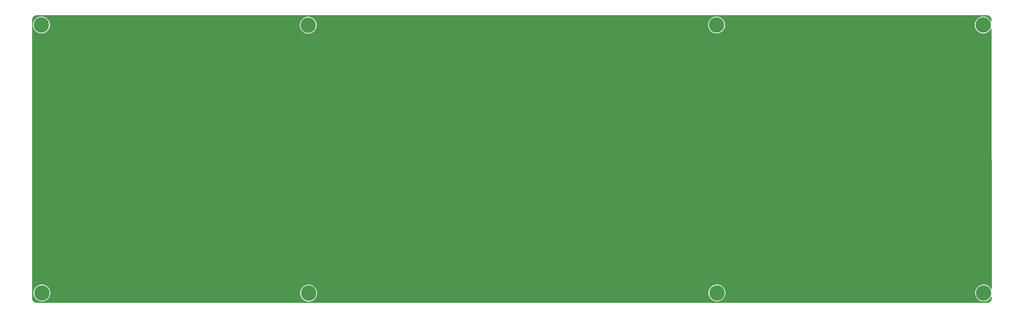
<source format=gbr>
%TF.GenerationSoftware,KiCad,Pcbnew,(6.0.7)*%
%TF.CreationDate,2022-10-27T18:37:50+02:00*%
%TF.ProjectId,skoosk backplate,736b6f6f-736b-4206-9261-636b706c6174,rev?*%
%TF.SameCoordinates,Original*%
%TF.FileFunction,Copper,L2,Bot*%
%TF.FilePolarity,Positive*%
%FSLAX46Y46*%
G04 Gerber Fmt 4.6, Leading zero omitted, Abs format (unit mm)*
G04 Created by KiCad (PCBNEW (6.0.7)) date 2022-10-27 18:37:50*
%MOMM*%
%LPD*%
G01*
G04 APERTURE LIST*
%TA.AperFunction,ComponentPad*%
%ADD10C,4.400000*%
%TD*%
G04 APERTURE END LIST*
D10*
%TO.P,H2,1,1*%
%TO.N,N/C*%
X81146500Y-88311400D03*
%TD*%
%TO.P,H3,1,1*%
%TO.N,N/C*%
X197253100Y-11936200D03*
%TD*%
%TO.P,H4,1,1*%
%TO.N,N/C*%
X273186700Y-11950000D03*
%TD*%
%TO.P,H1,1,1*%
%TO.N,N/C*%
X5207000Y-88265000D03*
%TD*%
%TO.P,H4,1,1*%
%TO.N,N/C*%
X273313700Y-88277000D03*
%TD*%
%TO.P,H1,1,1*%
%TO.N,N/C*%
X5080000Y-11938000D03*
%TD*%
%TO.P,H2,1,1*%
%TO.N,N/C*%
X81019500Y-11984400D03*
%TD*%
%TO.P,H3,1,1*%
%TO.N,N/C*%
X197380100Y-88263200D03*
%TD*%
%TA.AperFunction,NonConductor*%
G36*
X139086456Y-9154035D02*
G01*
X274305994Y-9154043D01*
X274315875Y-9154431D01*
X274423333Y-9162884D01*
X274424435Y-9162976D01*
X274484742Y-9168253D01*
X274505110Y-9170036D01*
X274523529Y-9173035D01*
X274621207Y-9196482D01*
X274623134Y-9196945D01*
X274626330Y-9197756D01*
X274710043Y-9220184D01*
X274725651Y-9225482D01*
X274819385Y-9264305D01*
X274824416Y-9266519D01*
X274903752Y-9303511D01*
X274916333Y-9310270D01*
X275002544Y-9363098D01*
X275008969Y-9367311D01*
X275080898Y-9417675D01*
X275090458Y-9425077D01*
X275167228Y-9490643D01*
X275174494Y-9497360D01*
X275236625Y-9559491D01*
X275243341Y-9566755D01*
X275308922Y-9643540D01*
X275316324Y-9653101D01*
X275366668Y-9725000D01*
X275370888Y-9731436D01*
X275423727Y-9817662D01*
X275430490Y-9830249D01*
X275467468Y-9909554D01*
X275469681Y-9914583D01*
X275508514Y-10008334D01*
X275513812Y-10023944D01*
X275536239Y-10107651D01*
X275537033Y-10110774D01*
X275560958Y-10210438D01*
X275563959Y-10228869D01*
X275571094Y-10310442D01*
X275571185Y-10311538D01*
X275579557Y-10417947D01*
X275579945Y-10427748D01*
X275580150Y-10779264D01*
X275580182Y-10834747D01*
X275560220Y-10902879D01*
X275506591Y-10949403D01*
X275436323Y-10959548D01*
X275371725Y-10930092D01*
X275340174Y-10888468D01*
X275296121Y-10794850D01*
X275296117Y-10794843D01*
X275294433Y-10791264D01*
X275132585Y-10536232D01*
X275120136Y-10521183D01*
X275043031Y-10427980D01*
X274940049Y-10303496D01*
X274719862Y-10096726D01*
X274703346Y-10084726D01*
X274478698Y-9921511D01*
X274478697Y-9921510D01*
X274475495Y-9919184D01*
X274466508Y-9914243D01*
X274214273Y-9775575D01*
X274214272Y-9775574D01*
X274210804Y-9773668D01*
X274207135Y-9772215D01*
X274207130Y-9772213D01*
X273933632Y-9663928D01*
X273933631Y-9663928D01*
X273929962Y-9662475D01*
X273637398Y-9587358D01*
X273337727Y-9549500D01*
X273035673Y-9549500D01*
X272736002Y-9587358D01*
X272443438Y-9662475D01*
X272439769Y-9663928D01*
X272439768Y-9663928D01*
X272166270Y-9772213D01*
X272166265Y-9772215D01*
X272162596Y-9773668D01*
X272159128Y-9775574D01*
X272159127Y-9775575D01*
X271906893Y-9914243D01*
X271897905Y-9919184D01*
X271894703Y-9921510D01*
X271894702Y-9921511D01*
X271670055Y-10084726D01*
X271653538Y-10096726D01*
X271433351Y-10303496D01*
X271330369Y-10427980D01*
X271253265Y-10521183D01*
X271240815Y-10536232D01*
X271078967Y-10791264D01*
X271077283Y-10794843D01*
X271077279Y-10794850D01*
X270955077Y-11054543D01*
X270950359Y-11064570D01*
X270857019Y-11351840D01*
X270800420Y-11648543D01*
X270781454Y-11950000D01*
X270800420Y-12251457D01*
X270857019Y-12548160D01*
X270858246Y-12551936D01*
X270947042Y-12825220D01*
X270950359Y-12835430D01*
X270952046Y-12839016D01*
X270952048Y-12839020D01*
X271077279Y-13105150D01*
X271077282Y-13105155D01*
X271078967Y-13108736D01*
X271240815Y-13363768D01*
X271243334Y-13366814D01*
X271243337Y-13366817D01*
X271299033Y-13434141D01*
X271433351Y-13596504D01*
X271653538Y-13803274D01*
X271897905Y-13980816D01*
X271901374Y-13982723D01*
X271901377Y-13982725D01*
X272140768Y-14114332D01*
X272162596Y-14126332D01*
X272166265Y-14127785D01*
X272166270Y-14127787D01*
X272411061Y-14224706D01*
X272443438Y-14237525D01*
X272736002Y-14312642D01*
X273035673Y-14350500D01*
X273337727Y-14350500D01*
X273637398Y-14312642D01*
X273929962Y-14237525D01*
X273962339Y-14224706D01*
X274207130Y-14127787D01*
X274207135Y-14127785D01*
X274210804Y-14126332D01*
X274232632Y-14114332D01*
X274472023Y-13982725D01*
X274472026Y-13982723D01*
X274475495Y-13980816D01*
X274719862Y-13803274D01*
X274940049Y-13596504D01*
X275074367Y-13434141D01*
X275130063Y-13366817D01*
X275130066Y-13366814D01*
X275132585Y-13363768D01*
X275294433Y-13108736D01*
X275341473Y-13008771D01*
X275388576Y-12955650D01*
X275456921Y-12936428D01*
X275524809Y-12957207D01*
X275570685Y-13011391D01*
X275581481Y-13062345D01*
X275624530Y-86894583D01*
X275624594Y-87004627D01*
X275604632Y-87072759D01*
X275551003Y-87119283D01*
X275480735Y-87129428D01*
X275416137Y-87099973D01*
X275392209Y-87072214D01*
X275261707Y-86866576D01*
X275259585Y-86863232D01*
X275247136Y-86848183D01*
X275201367Y-86792859D01*
X275067049Y-86630496D01*
X274846862Y-86423726D01*
X274830346Y-86411726D01*
X274605698Y-86248511D01*
X274605697Y-86248510D01*
X274602495Y-86246184D01*
X274580668Y-86234184D01*
X274341273Y-86102575D01*
X274341272Y-86102574D01*
X274337804Y-86100668D01*
X274334135Y-86099215D01*
X274334130Y-86099213D01*
X274060632Y-85990928D01*
X274060631Y-85990928D01*
X274056962Y-85989475D01*
X273764398Y-85914358D01*
X273464727Y-85876500D01*
X273162673Y-85876500D01*
X272863002Y-85914358D01*
X272570438Y-85989475D01*
X272566769Y-85990928D01*
X272566768Y-85990928D01*
X272293270Y-86099213D01*
X272293265Y-86099215D01*
X272289596Y-86100668D01*
X272286128Y-86102574D01*
X272286127Y-86102575D01*
X272046733Y-86234184D01*
X272024905Y-86246184D01*
X272021703Y-86248510D01*
X272021702Y-86248511D01*
X271797055Y-86411726D01*
X271780538Y-86423726D01*
X271560351Y-86630496D01*
X271426033Y-86792859D01*
X271380265Y-86848183D01*
X271367815Y-86863232D01*
X271205967Y-87118264D01*
X271204283Y-87121843D01*
X271204279Y-87121850D01*
X271082077Y-87381543D01*
X271077359Y-87391570D01*
X270984019Y-87678840D01*
X270927420Y-87975543D01*
X270908454Y-88277000D01*
X270927420Y-88578457D01*
X270984019Y-88875160D01*
X270985246Y-88878936D01*
X271074042Y-89152220D01*
X271077359Y-89162430D01*
X271079046Y-89166016D01*
X271079048Y-89166020D01*
X271204279Y-89432150D01*
X271204283Y-89432157D01*
X271205967Y-89435736D01*
X271367815Y-89690768D01*
X271370334Y-89693814D01*
X271370337Y-89693817D01*
X271426033Y-89761141D01*
X271560351Y-89923504D01*
X271780538Y-90130274D01*
X271783740Y-90132601D01*
X271783742Y-90132602D01*
X272002708Y-90291689D01*
X272024905Y-90307816D01*
X272028374Y-90309723D01*
X272028377Y-90309725D01*
X272267768Y-90441332D01*
X272289596Y-90453332D01*
X272293265Y-90454785D01*
X272293270Y-90454787D01*
X272557835Y-90559535D01*
X272570438Y-90564525D01*
X272863002Y-90639642D01*
X273162673Y-90677500D01*
X273464727Y-90677500D01*
X273764398Y-90639642D01*
X274056962Y-90564525D01*
X274069565Y-90559535D01*
X274334130Y-90454787D01*
X274334135Y-90454785D01*
X274337804Y-90453332D01*
X274359632Y-90441332D01*
X274599023Y-90309725D01*
X274599026Y-90309723D01*
X274602495Y-90307816D01*
X274624692Y-90291689D01*
X274843658Y-90132602D01*
X274843660Y-90132601D01*
X274846862Y-90130274D01*
X275067049Y-89923504D01*
X275201367Y-89761141D01*
X275257063Y-89693817D01*
X275257066Y-89693814D01*
X275259585Y-89690768D01*
X275393692Y-89479449D01*
X275447080Y-89432651D01*
X275517295Y-89422146D01*
X275582043Y-89451270D01*
X275620767Y-89510776D01*
X275626076Y-89546891D01*
X275626209Y-89775001D01*
X275625821Y-89784958D01*
X275617396Y-89892025D01*
X275617311Y-89893045D01*
X275614407Y-89926215D01*
X275610205Y-89974192D01*
X275607204Y-89992612D01*
X275583341Y-90092011D01*
X275582529Y-90095208D01*
X275560044Y-90179126D01*
X275554746Y-90194734D01*
X275515974Y-90288339D01*
X275513760Y-90293370D01*
X275476712Y-90372821D01*
X275469950Y-90385406D01*
X275417186Y-90471511D01*
X275412967Y-90477946D01*
X275362529Y-90549980D01*
X275355146Y-90559517D01*
X275296538Y-90628139D01*
X275289640Y-90636216D01*
X275282925Y-90643480D01*
X275220700Y-90705706D01*
X275213435Y-90712422D01*
X275136743Y-90777924D01*
X275127184Y-90785325D01*
X275055157Y-90835760D01*
X275048720Y-90839980D01*
X274962631Y-90892736D01*
X274950047Y-90899498D01*
X274870571Y-90936559D01*
X274865539Y-90938773D01*
X274771952Y-90977539D01*
X274756346Y-90982837D01*
X274672410Y-91005329D01*
X274669212Y-91006141D01*
X274569845Y-91029998D01*
X274551415Y-91033000D01*
X274469211Y-91040192D01*
X274468323Y-91040267D01*
X274383403Y-91046951D01*
X274362399Y-91048604D01*
X274352513Y-91048992D01*
X142765145Y-91048983D01*
X3696981Y-91048974D01*
X3687095Y-91048586D01*
X3578734Y-91040058D01*
X3577640Y-91039967D01*
X3536500Y-91036368D01*
X3497962Y-91032997D01*
X3479533Y-91029996D01*
X3410238Y-91013359D01*
X3379242Y-91005918D01*
X3376045Y-91005106D01*
X3293040Y-90982865D01*
X3277432Y-90977566D01*
X3183253Y-90938555D01*
X3178223Y-90936342D01*
X3099350Y-90899564D01*
X3086765Y-90892802D01*
X3059581Y-90876144D01*
X3000225Y-90839771D01*
X2993820Y-90835571D01*
X2922205Y-90785426D01*
X2912646Y-90778024D01*
X2835612Y-90712231D01*
X2828347Y-90705515D01*
X2766485Y-90643653D01*
X2759769Y-90636388D01*
X2693976Y-90559354D01*
X2686574Y-90549795D01*
X2672716Y-90530004D01*
X2636429Y-90478180D01*
X2632229Y-90471775D01*
X2595856Y-90412419D01*
X2579198Y-90385235D01*
X2572436Y-90372650D01*
X2535658Y-90293777D01*
X2533445Y-90288747D01*
X2494434Y-90194568D01*
X2489135Y-90178960D01*
X2466894Y-90095955D01*
X2466082Y-90092758D01*
X2442005Y-89992470D01*
X2439003Y-89974036D01*
X2432033Y-89894360D01*
X2431942Y-89893266D01*
X2423414Y-89784905D01*
X2423026Y-89775019D01*
X2423026Y-88265000D01*
X2801754Y-88265000D01*
X2820720Y-88566457D01*
X2877319Y-88863160D01*
X2970659Y-89150430D01*
X2972346Y-89154016D01*
X2972348Y-89154020D01*
X3097579Y-89420150D01*
X3097583Y-89420157D01*
X3099267Y-89423736D01*
X3261115Y-89678768D01*
X3263634Y-89681814D01*
X3263637Y-89681817D01*
X3296734Y-89721824D01*
X3453651Y-89911504D01*
X3673838Y-90118274D01*
X3677040Y-90120601D01*
X3677042Y-90120602D01*
X3914838Y-90293370D01*
X3918205Y-90295816D01*
X3921674Y-90297723D01*
X3921677Y-90297725D01*
X4176153Y-90437625D01*
X4182896Y-90441332D01*
X4186565Y-90442785D01*
X4186570Y-90442787D01*
X4396488Y-90525899D01*
X4463738Y-90552525D01*
X4756302Y-90627642D01*
X5055973Y-90665500D01*
X5358027Y-90665500D01*
X5657698Y-90627642D01*
X5950262Y-90552525D01*
X6017512Y-90525899D01*
X6227430Y-90442787D01*
X6227435Y-90442785D01*
X6231104Y-90441332D01*
X6237847Y-90437625D01*
X6492323Y-90297725D01*
X6492326Y-90297723D01*
X6495795Y-90295816D01*
X6499162Y-90293370D01*
X6736958Y-90120602D01*
X6736960Y-90120601D01*
X6740162Y-90118274D01*
X6960349Y-89911504D01*
X7117266Y-89721824D01*
X7150363Y-89681817D01*
X7150366Y-89681814D01*
X7152885Y-89678768D01*
X7314733Y-89423736D01*
X7316417Y-89420157D01*
X7316421Y-89420150D01*
X7441652Y-89154020D01*
X7441654Y-89154016D01*
X7443341Y-89150430D01*
X7536681Y-88863160D01*
X7593280Y-88566457D01*
X7609327Y-88311400D01*
X78741254Y-88311400D01*
X78760220Y-88612857D01*
X78816819Y-88909560D01*
X78910159Y-89196830D01*
X78911846Y-89200416D01*
X78911848Y-89200420D01*
X79037079Y-89466550D01*
X79037083Y-89466557D01*
X79038767Y-89470136D01*
X79200615Y-89725168D01*
X79203134Y-89728214D01*
X79203137Y-89728217D01*
X79245806Y-89779795D01*
X79393151Y-89957904D01*
X79613338Y-90164674D01*
X79616540Y-90167001D01*
X79616542Y-90167002D01*
X79796468Y-90297725D01*
X79857705Y-90342216D01*
X79861174Y-90344123D01*
X79861177Y-90344125D01*
X80092890Y-90471511D01*
X80122396Y-90487732D01*
X80126065Y-90489185D01*
X80126070Y-90489187D01*
X80303750Y-90559535D01*
X80403238Y-90598925D01*
X80695802Y-90674042D01*
X80995473Y-90711900D01*
X81297527Y-90711900D01*
X81597198Y-90674042D01*
X81889762Y-90598925D01*
X81989250Y-90559535D01*
X82166930Y-90489187D01*
X82166935Y-90489185D01*
X82170604Y-90487732D01*
X82200110Y-90471511D01*
X82431823Y-90344125D01*
X82431826Y-90344123D01*
X82435295Y-90342216D01*
X82496532Y-90297725D01*
X82676458Y-90167002D01*
X82676460Y-90167001D01*
X82679662Y-90164674D01*
X82899849Y-89957904D01*
X83047194Y-89779795D01*
X83089863Y-89728217D01*
X83089866Y-89728214D01*
X83092385Y-89725168D01*
X83254233Y-89470136D01*
X83255917Y-89466557D01*
X83255921Y-89466550D01*
X83381152Y-89200420D01*
X83381154Y-89200416D01*
X83382841Y-89196830D01*
X83476181Y-88909560D01*
X83532780Y-88612857D01*
X83551746Y-88311400D01*
X83548714Y-88263200D01*
X194974854Y-88263200D01*
X194993820Y-88564657D01*
X195050419Y-88861360D01*
X195143759Y-89148630D01*
X195145446Y-89152216D01*
X195145448Y-89152220D01*
X195270679Y-89418350D01*
X195270683Y-89418357D01*
X195272367Y-89421936D01*
X195434215Y-89676968D01*
X195436734Y-89680014D01*
X195436737Y-89680017D01*
X195476612Y-89728217D01*
X195626751Y-89909704D01*
X195846938Y-90116474D01*
X195850140Y-90118801D01*
X195850142Y-90118802D01*
X195954426Y-90194568D01*
X196091305Y-90294016D01*
X196094774Y-90295923D01*
X196094777Y-90295925D01*
X196352527Y-90437625D01*
X196355996Y-90439532D01*
X196359665Y-90440985D01*
X196359670Y-90440987D01*
X196633168Y-90549272D01*
X196636838Y-90550725D01*
X196929402Y-90625842D01*
X197229073Y-90663700D01*
X197531127Y-90663700D01*
X197830798Y-90625842D01*
X198123362Y-90550725D01*
X198127032Y-90549272D01*
X198400530Y-90440987D01*
X198400535Y-90440985D01*
X198404204Y-90439532D01*
X198407673Y-90437625D01*
X198665423Y-90295925D01*
X198665426Y-90295923D01*
X198668895Y-90294016D01*
X198805774Y-90194568D01*
X198910058Y-90118802D01*
X198910060Y-90118801D01*
X198913262Y-90116474D01*
X199133449Y-89909704D01*
X199283588Y-89728217D01*
X199323463Y-89680017D01*
X199323466Y-89680014D01*
X199325985Y-89676968D01*
X199487833Y-89421936D01*
X199489517Y-89418357D01*
X199489521Y-89418350D01*
X199614752Y-89152220D01*
X199614754Y-89152216D01*
X199616441Y-89148630D01*
X199709781Y-88861360D01*
X199766380Y-88564657D01*
X199785346Y-88263200D01*
X199766380Y-87961743D01*
X199709781Y-87665040D01*
X199620925Y-87391570D01*
X199617667Y-87381543D01*
X199617667Y-87381542D01*
X199616441Y-87377770D01*
X199512202Y-87156250D01*
X199489521Y-87108050D01*
X199489517Y-87108043D01*
X199487833Y-87104464D01*
X199325985Y-86849432D01*
X199133449Y-86616696D01*
X198913262Y-86409926D01*
X198732610Y-86278675D01*
X198672098Y-86234711D01*
X198672097Y-86234710D01*
X198668895Y-86232384D01*
X198489233Y-86133613D01*
X198407673Y-86088775D01*
X198407672Y-86088774D01*
X198404204Y-86086868D01*
X198400535Y-86085415D01*
X198400530Y-86085413D01*
X198127032Y-85977128D01*
X198127031Y-85977128D01*
X198123362Y-85975675D01*
X197830798Y-85900558D01*
X197531127Y-85862700D01*
X197229073Y-85862700D01*
X196929402Y-85900558D01*
X196636838Y-85975675D01*
X196633169Y-85977128D01*
X196633168Y-85977128D01*
X196359670Y-86085413D01*
X196359665Y-86085415D01*
X196355996Y-86086868D01*
X196352528Y-86088774D01*
X196352527Y-86088775D01*
X196270968Y-86133613D01*
X196091305Y-86232384D01*
X196088103Y-86234710D01*
X196088102Y-86234711D01*
X196027591Y-86278675D01*
X195846938Y-86409926D01*
X195626751Y-86616696D01*
X195434215Y-86849432D01*
X195272367Y-87104464D01*
X195270683Y-87108043D01*
X195270679Y-87108050D01*
X195247998Y-87156250D01*
X195143759Y-87377770D01*
X195142533Y-87381542D01*
X195142533Y-87381543D01*
X195139275Y-87391570D01*
X195050419Y-87665040D01*
X194993820Y-87961743D01*
X194974854Y-88263200D01*
X83548714Y-88263200D01*
X83532780Y-88009943D01*
X83476181Y-87713240D01*
X83382841Y-87425970D01*
X83366654Y-87391570D01*
X83255921Y-87156250D01*
X83255917Y-87156243D01*
X83254233Y-87152664D01*
X83092385Y-86897632D01*
X83061405Y-86860183D01*
X83034167Y-86827259D01*
X82899849Y-86664896D01*
X82679662Y-86458126D01*
X82617052Y-86412637D01*
X82438498Y-86282911D01*
X82438497Y-86282910D01*
X82435295Y-86280584D01*
X82350895Y-86234184D01*
X82174073Y-86136975D01*
X82174072Y-86136974D01*
X82170604Y-86135068D01*
X82166935Y-86133615D01*
X82166930Y-86133613D01*
X81893432Y-86025328D01*
X81893431Y-86025328D01*
X81889762Y-86023875D01*
X81597198Y-85948758D01*
X81297527Y-85910900D01*
X80995473Y-85910900D01*
X80695802Y-85948758D01*
X80403238Y-86023875D01*
X80399569Y-86025328D01*
X80399568Y-86025328D01*
X80126070Y-86133613D01*
X80126065Y-86133615D01*
X80122396Y-86135068D01*
X80118928Y-86136974D01*
X80118927Y-86136975D01*
X79942106Y-86234184D01*
X79857705Y-86280584D01*
X79854503Y-86282910D01*
X79854502Y-86282911D01*
X79675949Y-86412637D01*
X79613338Y-86458126D01*
X79393151Y-86664896D01*
X79258833Y-86827259D01*
X79231596Y-86860183D01*
X79200615Y-86897632D01*
X79038767Y-87152664D01*
X79037083Y-87156243D01*
X79037079Y-87156250D01*
X78926346Y-87391570D01*
X78910159Y-87425970D01*
X78816819Y-87713240D01*
X78760220Y-88009943D01*
X78741254Y-88311400D01*
X7609327Y-88311400D01*
X7612246Y-88265000D01*
X7593280Y-87963543D01*
X7536681Y-87666840D01*
X7443341Y-87379570D01*
X7338255Y-87156250D01*
X7316421Y-87109850D01*
X7316417Y-87109843D01*
X7314733Y-87106264D01*
X7152885Y-86851232D01*
X6960349Y-86618496D01*
X6740162Y-86411726D01*
X6562863Y-86282911D01*
X6498998Y-86236511D01*
X6498997Y-86236510D01*
X6495795Y-86234184D01*
X6489049Y-86230475D01*
X6234573Y-86090575D01*
X6234572Y-86090574D01*
X6231104Y-86088668D01*
X6227435Y-86087215D01*
X6227430Y-86087213D01*
X5953932Y-85978928D01*
X5953931Y-85978928D01*
X5950262Y-85977475D01*
X5657698Y-85902358D01*
X5358027Y-85864500D01*
X5055973Y-85864500D01*
X4756302Y-85902358D01*
X4463738Y-85977475D01*
X4460069Y-85978928D01*
X4460068Y-85978928D01*
X4186570Y-86087213D01*
X4186565Y-86087215D01*
X4182896Y-86088668D01*
X4179428Y-86090574D01*
X4179427Y-86090575D01*
X3924952Y-86230475D01*
X3918205Y-86234184D01*
X3915003Y-86236510D01*
X3915002Y-86236511D01*
X3851138Y-86282911D01*
X3673838Y-86411726D01*
X3453651Y-86618496D01*
X3261115Y-86851232D01*
X3099267Y-87106264D01*
X3097583Y-87109843D01*
X3097579Y-87109850D01*
X3075745Y-87156250D01*
X2970659Y-87379570D01*
X2877319Y-87666840D01*
X2820720Y-87963543D01*
X2801754Y-88265000D01*
X2423026Y-88265000D01*
X2423026Y-11946278D01*
X2424367Y-11941712D01*
X2423938Y-11937873D01*
X2674690Y-11937873D01*
X2674777Y-11938366D01*
X2693720Y-12239457D01*
X2750319Y-12536160D01*
X2843659Y-12823430D01*
X2845346Y-12827016D01*
X2845348Y-12827020D01*
X2970579Y-13093150D01*
X2970583Y-13093157D01*
X2972267Y-13096736D01*
X3134115Y-13351768D01*
X3136634Y-13354814D01*
X3136637Y-13354817D01*
X3169734Y-13394824D01*
X3326651Y-13584504D01*
X3546838Y-13791274D01*
X3550040Y-13793601D01*
X3550042Y-13793602D01*
X3788002Y-13966489D01*
X3791205Y-13968816D01*
X3794674Y-13970723D01*
X3794677Y-13970725D01*
X3879078Y-14017125D01*
X4055896Y-14114332D01*
X4059565Y-14115785D01*
X4059570Y-14115787D01*
X4173089Y-14160732D01*
X4336738Y-14225525D01*
X4629302Y-14300642D01*
X4928973Y-14338500D01*
X5231027Y-14338500D01*
X5530698Y-14300642D01*
X5823262Y-14225525D01*
X5986911Y-14160732D01*
X6100430Y-14115787D01*
X6100435Y-14115785D01*
X6104104Y-14114332D01*
X6280922Y-14017125D01*
X6365323Y-13970725D01*
X6365326Y-13970723D01*
X6368795Y-13968816D01*
X6371998Y-13966489D01*
X6609958Y-13793602D01*
X6609960Y-13793601D01*
X6613162Y-13791274D01*
X6833349Y-13584504D01*
X6990266Y-13394824D01*
X7023363Y-13354817D01*
X7023366Y-13354814D01*
X7025885Y-13351768D01*
X7187733Y-13096736D01*
X7189417Y-13093157D01*
X7189421Y-13093150D01*
X7314652Y-12827020D01*
X7314654Y-12827016D01*
X7316341Y-12823430D01*
X7409681Y-12536160D01*
X7466280Y-12239457D01*
X7482327Y-11984400D01*
X78614254Y-11984400D01*
X78633220Y-12285857D01*
X78689819Y-12582560D01*
X78783159Y-12869830D01*
X78784846Y-12873416D01*
X78784848Y-12873420D01*
X78910079Y-13139550D01*
X78910083Y-13139557D01*
X78911767Y-13143136D01*
X79073615Y-13398168D01*
X79266151Y-13630904D01*
X79486338Y-13837674D01*
X79489540Y-13840001D01*
X79489542Y-13840002D01*
X79669468Y-13970725D01*
X79730705Y-14015216D01*
X79734174Y-14017123D01*
X79734177Y-14017125D01*
X79991927Y-14158825D01*
X79995396Y-14160732D01*
X79999065Y-14162185D01*
X79999070Y-14162187D01*
X80161522Y-14226506D01*
X80276238Y-14271925D01*
X80568802Y-14347042D01*
X80868473Y-14384900D01*
X81170527Y-14384900D01*
X81470198Y-14347042D01*
X81762762Y-14271925D01*
X81877478Y-14226506D01*
X82039930Y-14162187D01*
X82039935Y-14162185D01*
X82043604Y-14160732D01*
X82047073Y-14158825D01*
X82304823Y-14017125D01*
X82304826Y-14017123D01*
X82308295Y-14015216D01*
X82369532Y-13970725D01*
X82549458Y-13840002D01*
X82549460Y-13840001D01*
X82552662Y-13837674D01*
X82772849Y-13630904D01*
X82965385Y-13398168D01*
X83127233Y-13143136D01*
X83128917Y-13139557D01*
X83128921Y-13139550D01*
X83254152Y-12873420D01*
X83254154Y-12873416D01*
X83255841Y-12869830D01*
X83349181Y-12582560D01*
X83405780Y-12285857D01*
X83424746Y-11984400D01*
X83421714Y-11936200D01*
X194847854Y-11936200D01*
X194866820Y-12237657D01*
X194923419Y-12534360D01*
X195016759Y-12821630D01*
X195018446Y-12825216D01*
X195018448Y-12825220D01*
X195143679Y-13091350D01*
X195143683Y-13091357D01*
X195145367Y-13094936D01*
X195307215Y-13349968D01*
X195309734Y-13353014D01*
X195309737Y-13353017D01*
X195349612Y-13401217D01*
X195499751Y-13582704D01*
X195719938Y-13789474D01*
X195723140Y-13791801D01*
X195723142Y-13791802D01*
X195786280Y-13837674D01*
X195964305Y-13967016D01*
X195967774Y-13968923D01*
X195967777Y-13968925D01*
X195985174Y-13978489D01*
X196228996Y-14112532D01*
X196232665Y-14113985D01*
X196232670Y-14113987D01*
X196354410Y-14162187D01*
X196509838Y-14223725D01*
X196802402Y-14298842D01*
X197102073Y-14336700D01*
X197404127Y-14336700D01*
X197703798Y-14298842D01*
X197996362Y-14223725D01*
X198151790Y-14162187D01*
X198273530Y-14113987D01*
X198273535Y-14113985D01*
X198277204Y-14112532D01*
X198521026Y-13978489D01*
X198538423Y-13968925D01*
X198538426Y-13968923D01*
X198541895Y-13967016D01*
X198719920Y-13837674D01*
X198783058Y-13791802D01*
X198783060Y-13791801D01*
X198786262Y-13789474D01*
X199006449Y-13582704D01*
X199156588Y-13401217D01*
X199196463Y-13353017D01*
X199196466Y-13353014D01*
X199198985Y-13349968D01*
X199360833Y-13094936D01*
X199362517Y-13091357D01*
X199362521Y-13091350D01*
X199487752Y-12825220D01*
X199487754Y-12825216D01*
X199489441Y-12821630D01*
X199582781Y-12534360D01*
X199639380Y-12237657D01*
X199658346Y-11936200D01*
X199639380Y-11634743D01*
X199582781Y-11338040D01*
X199493925Y-11064570D01*
X199490667Y-11054543D01*
X199490667Y-11054542D01*
X199489441Y-11050770D01*
X199487752Y-11047180D01*
X199362521Y-10781050D01*
X199362517Y-10781043D01*
X199360833Y-10777464D01*
X199198985Y-10522432D01*
X199006449Y-10289696D01*
X198786262Y-10082926D01*
X198712122Y-10029060D01*
X198545098Y-9907711D01*
X198545097Y-9907710D01*
X198541895Y-9905384D01*
X198435536Y-9846912D01*
X198280673Y-9761775D01*
X198280672Y-9761774D01*
X198277204Y-9759868D01*
X198273535Y-9758415D01*
X198273530Y-9758413D01*
X198000032Y-9650128D01*
X198000031Y-9650128D01*
X197996362Y-9648675D01*
X197703798Y-9573558D01*
X197404127Y-9535700D01*
X197102073Y-9535700D01*
X196802402Y-9573558D01*
X196509838Y-9648675D01*
X196506169Y-9650128D01*
X196506168Y-9650128D01*
X196232670Y-9758413D01*
X196232665Y-9758415D01*
X196228996Y-9759868D01*
X196225528Y-9761774D01*
X196225527Y-9761775D01*
X196070665Y-9846912D01*
X195964305Y-9905384D01*
X195961103Y-9907710D01*
X195961102Y-9907711D01*
X195794079Y-10029060D01*
X195719938Y-10082926D01*
X195499751Y-10289696D01*
X195307215Y-10522432D01*
X195145367Y-10777464D01*
X195143683Y-10781043D01*
X195143679Y-10781050D01*
X195018448Y-11047180D01*
X195016759Y-11050770D01*
X195015533Y-11054542D01*
X195015533Y-11054543D01*
X195012275Y-11064570D01*
X194923419Y-11338040D01*
X194866820Y-11634743D01*
X194847854Y-11936200D01*
X83421714Y-11936200D01*
X83405780Y-11682943D01*
X83349181Y-11386240D01*
X83255841Y-11098970D01*
X83239654Y-11064570D01*
X83128921Y-10829250D01*
X83128917Y-10829243D01*
X83127233Y-10825664D01*
X82965385Y-10570632D01*
X82934405Y-10533183D01*
X82847188Y-10427757D01*
X82772849Y-10337896D01*
X82552662Y-10131126D01*
X82490052Y-10085637D01*
X82311498Y-9955911D01*
X82311497Y-9955910D01*
X82308295Y-9953584D01*
X82236735Y-9914243D01*
X82047073Y-9809975D01*
X82047072Y-9809974D01*
X82043604Y-9808068D01*
X82039935Y-9806615D01*
X82039930Y-9806613D01*
X81766432Y-9698328D01*
X81766431Y-9698328D01*
X81762762Y-9696875D01*
X81470198Y-9621758D01*
X81170527Y-9583900D01*
X80868473Y-9583900D01*
X80568802Y-9621758D01*
X80276238Y-9696875D01*
X80272569Y-9698328D01*
X80272568Y-9698328D01*
X79999070Y-9806613D01*
X79999065Y-9806615D01*
X79995396Y-9808068D01*
X79991928Y-9809974D01*
X79991927Y-9809975D01*
X79802266Y-9914243D01*
X79730705Y-9953584D01*
X79727503Y-9955910D01*
X79727502Y-9955911D01*
X79548949Y-10085637D01*
X79486338Y-10131126D01*
X79266151Y-10337896D01*
X79191812Y-10427757D01*
X79104596Y-10533183D01*
X79073615Y-10570632D01*
X78911767Y-10825664D01*
X78910083Y-10829243D01*
X78910079Y-10829250D01*
X78799346Y-11064570D01*
X78783159Y-11098970D01*
X78689819Y-11386240D01*
X78633220Y-11682943D01*
X78614254Y-11984400D01*
X7482327Y-11984400D01*
X7485246Y-11938000D01*
X7466280Y-11636543D01*
X7409681Y-11339840D01*
X7316341Y-11052570D01*
X7313805Y-11047180D01*
X7189421Y-10782850D01*
X7189417Y-10782843D01*
X7187733Y-10779264D01*
X7025885Y-10524232D01*
X6833349Y-10291496D01*
X6613162Y-10084726D01*
X6539066Y-10030892D01*
X6371998Y-9909511D01*
X6371997Y-9909510D01*
X6368795Y-9907184D01*
X6362049Y-9903475D01*
X6107573Y-9763575D01*
X6107572Y-9763574D01*
X6104104Y-9761668D01*
X6100435Y-9760215D01*
X6100430Y-9760213D01*
X5826932Y-9651928D01*
X5826931Y-9651928D01*
X5823262Y-9650475D01*
X5530698Y-9575358D01*
X5231027Y-9537500D01*
X4928973Y-9537500D01*
X4629302Y-9575358D01*
X4336738Y-9650475D01*
X4333069Y-9651928D01*
X4333068Y-9651928D01*
X4059570Y-9760213D01*
X4059565Y-9760215D01*
X4055896Y-9761668D01*
X4052428Y-9763574D01*
X4052427Y-9763575D01*
X3797952Y-9903475D01*
X3791205Y-9907184D01*
X3788003Y-9909510D01*
X3788002Y-9909511D01*
X3620935Y-10030892D01*
X3546838Y-10084726D01*
X3326651Y-10291496D01*
X3134115Y-10524232D01*
X2972267Y-10779264D01*
X2970583Y-10782843D01*
X2970579Y-10782850D01*
X2846195Y-11047180D01*
X2843659Y-11052570D01*
X2750319Y-11339840D01*
X2693720Y-11636543D01*
X2685217Y-11771702D01*
X2674777Y-11937634D01*
X2674690Y-11937873D01*
X2423938Y-11937873D01*
X2423026Y-11929722D01*
X2423026Y-10427980D01*
X2423414Y-10418095D01*
X2429485Y-10340948D01*
X2431955Y-10309571D01*
X2432021Y-10308781D01*
X2439004Y-10228963D01*
X2442005Y-10210531D01*
X2442028Y-10210438D01*
X2466079Y-10110257D01*
X2466891Y-10107062D01*
X2489135Y-10024044D01*
X2494433Y-10008436D01*
X2533449Y-9914243D01*
X2535663Y-9909212D01*
X2538338Y-9903475D01*
X2572439Y-9830345D01*
X2579190Y-9817780D01*
X2632234Y-9731221D01*
X2636436Y-9724812D01*
X2679067Y-9663928D01*
X2686575Y-9653206D01*
X2693977Y-9643647D01*
X2759770Y-9566613D01*
X2766486Y-9559348D01*
X2828348Y-9497486D01*
X2835613Y-9490770D01*
X2912647Y-9424977D01*
X2922206Y-9417575D01*
X2944226Y-9402156D01*
X2993812Y-9367436D01*
X3000221Y-9363234D01*
X3086780Y-9310190D01*
X3099345Y-9303439D01*
X3178217Y-9266661D01*
X3183243Y-9264449D01*
X3277436Y-9225433D01*
X3293044Y-9220135D01*
X3376062Y-9197891D01*
X3379257Y-9197079D01*
X3386537Y-9195331D01*
X3479535Y-9173004D01*
X3497963Y-9170004D01*
X3577781Y-9163021D01*
X3578571Y-9162955D01*
X3687095Y-9154414D01*
X3696980Y-9154026D01*
X139086456Y-9154035D01*
G37*
%TD.AperFunction*%
M02*

</source>
